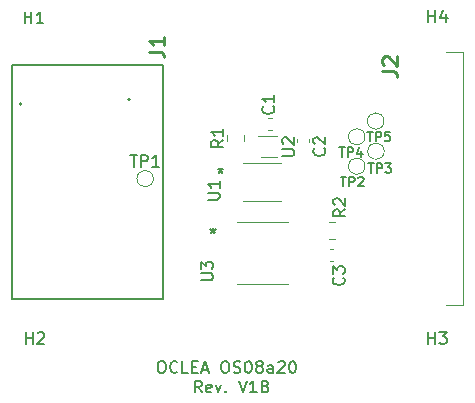
<source format=gbr>
%TF.GenerationSoftware,KiCad,Pcbnew,5.1.10-88a1d61d58~88~ubuntu18.04.1*%
%TF.CreationDate,2021-11-12T10:28:21+07:00*%
%TF.ProjectId,MX8Mx_EVK_MIPI_CSI-TEKNIQUE_OCLEA_OS08A20-ADAPTER,4d58384d-785f-4455-964b-5f4d4950495f,rev?*%
%TF.SameCoordinates,Original*%
%TF.FileFunction,Legend,Top*%
%TF.FilePolarity,Positive*%
%FSLAX46Y46*%
G04 Gerber Fmt 4.6, Leading zero omitted, Abs format (unit mm)*
G04 Created by KiCad (PCBNEW 5.1.10-88a1d61d58~88~ubuntu18.04.1) date 2021-11-12 10:28:21*
%MOMM*%
%LPD*%
G01*
G04 APERTURE LIST*
%ADD10C,0.150000*%
%ADD11C,0.120000*%
%ADD12C,0.100000*%
%ADD13C,0.200000*%
%ADD14C,0.127000*%
%ADD15C,0.254000*%
G04 APERTURE END LIST*
D10*
X116146012Y-111962180D02*
X116336488Y-111962180D01*
X116431726Y-112009800D01*
X116526964Y-112105038D01*
X116574583Y-112295514D01*
X116574583Y-112628847D01*
X116526964Y-112819323D01*
X116431726Y-112914561D01*
X116336488Y-112962180D01*
X116146012Y-112962180D01*
X116050774Y-112914561D01*
X115955536Y-112819323D01*
X115907917Y-112628847D01*
X115907917Y-112295514D01*
X115955536Y-112105038D01*
X116050774Y-112009800D01*
X116146012Y-111962180D01*
X117574583Y-112866942D02*
X117526964Y-112914561D01*
X117384107Y-112962180D01*
X117288869Y-112962180D01*
X117146012Y-112914561D01*
X117050774Y-112819323D01*
X117003155Y-112724085D01*
X116955536Y-112533609D01*
X116955536Y-112390752D01*
X117003155Y-112200276D01*
X117050774Y-112105038D01*
X117146012Y-112009800D01*
X117288869Y-111962180D01*
X117384107Y-111962180D01*
X117526964Y-112009800D01*
X117574583Y-112057419D01*
X118479345Y-112962180D02*
X118003155Y-112962180D01*
X118003155Y-111962180D01*
X118812679Y-112438371D02*
X119146012Y-112438371D01*
X119288869Y-112962180D02*
X118812679Y-112962180D01*
X118812679Y-111962180D01*
X119288869Y-111962180D01*
X119669821Y-112676466D02*
X120146012Y-112676466D01*
X119574583Y-112962180D02*
X119907917Y-111962180D01*
X120241250Y-112962180D01*
X121526964Y-111962180D02*
X121717440Y-111962180D01*
X121812679Y-112009800D01*
X121907917Y-112105038D01*
X121955536Y-112295514D01*
X121955536Y-112628847D01*
X121907917Y-112819323D01*
X121812679Y-112914561D01*
X121717440Y-112962180D01*
X121526964Y-112962180D01*
X121431726Y-112914561D01*
X121336488Y-112819323D01*
X121288869Y-112628847D01*
X121288869Y-112295514D01*
X121336488Y-112105038D01*
X121431726Y-112009800D01*
X121526964Y-111962180D01*
X122336488Y-112914561D02*
X122479345Y-112962180D01*
X122717440Y-112962180D01*
X122812679Y-112914561D01*
X122860298Y-112866942D01*
X122907917Y-112771704D01*
X122907917Y-112676466D01*
X122860298Y-112581228D01*
X122812679Y-112533609D01*
X122717440Y-112485990D01*
X122526964Y-112438371D01*
X122431726Y-112390752D01*
X122384107Y-112343133D01*
X122336488Y-112247895D01*
X122336488Y-112152657D01*
X122384107Y-112057419D01*
X122431726Y-112009800D01*
X122526964Y-111962180D01*
X122765060Y-111962180D01*
X122907917Y-112009800D01*
X123526964Y-111962180D02*
X123622202Y-111962180D01*
X123717440Y-112009800D01*
X123765060Y-112057419D01*
X123812679Y-112152657D01*
X123860298Y-112343133D01*
X123860298Y-112581228D01*
X123812679Y-112771704D01*
X123765060Y-112866942D01*
X123717440Y-112914561D01*
X123622202Y-112962180D01*
X123526964Y-112962180D01*
X123431726Y-112914561D01*
X123384107Y-112866942D01*
X123336488Y-112771704D01*
X123288869Y-112581228D01*
X123288869Y-112343133D01*
X123336488Y-112152657D01*
X123384107Y-112057419D01*
X123431726Y-112009800D01*
X123526964Y-111962180D01*
X124431726Y-112390752D02*
X124336488Y-112343133D01*
X124288869Y-112295514D01*
X124241250Y-112200276D01*
X124241250Y-112152657D01*
X124288869Y-112057419D01*
X124336488Y-112009800D01*
X124431726Y-111962180D01*
X124622202Y-111962180D01*
X124717440Y-112009800D01*
X124765060Y-112057419D01*
X124812679Y-112152657D01*
X124812679Y-112200276D01*
X124765060Y-112295514D01*
X124717440Y-112343133D01*
X124622202Y-112390752D01*
X124431726Y-112390752D01*
X124336488Y-112438371D01*
X124288869Y-112485990D01*
X124241250Y-112581228D01*
X124241250Y-112771704D01*
X124288869Y-112866942D01*
X124336488Y-112914561D01*
X124431726Y-112962180D01*
X124622202Y-112962180D01*
X124717440Y-112914561D01*
X124765060Y-112866942D01*
X124812679Y-112771704D01*
X124812679Y-112581228D01*
X124765060Y-112485990D01*
X124717440Y-112438371D01*
X124622202Y-112390752D01*
X125669821Y-112962180D02*
X125669821Y-112438371D01*
X125622202Y-112343133D01*
X125526964Y-112295514D01*
X125336488Y-112295514D01*
X125241250Y-112343133D01*
X125669821Y-112914561D02*
X125574583Y-112962180D01*
X125336488Y-112962180D01*
X125241250Y-112914561D01*
X125193631Y-112819323D01*
X125193631Y-112724085D01*
X125241250Y-112628847D01*
X125336488Y-112581228D01*
X125574583Y-112581228D01*
X125669821Y-112533609D01*
X126098393Y-112057419D02*
X126146012Y-112009800D01*
X126241250Y-111962180D01*
X126479345Y-111962180D01*
X126574583Y-112009800D01*
X126622202Y-112057419D01*
X126669821Y-112152657D01*
X126669821Y-112247895D01*
X126622202Y-112390752D01*
X126050774Y-112962180D01*
X126669821Y-112962180D01*
X127288869Y-111962180D02*
X127384107Y-111962180D01*
X127479345Y-112009800D01*
X127526964Y-112057419D01*
X127574583Y-112152657D01*
X127622202Y-112343133D01*
X127622202Y-112581228D01*
X127574583Y-112771704D01*
X127526964Y-112866942D01*
X127479345Y-112914561D01*
X127384107Y-112962180D01*
X127288869Y-112962180D01*
X127193631Y-112914561D01*
X127146012Y-112866942D01*
X127098393Y-112771704D01*
X127050774Y-112581228D01*
X127050774Y-112343133D01*
X127098393Y-112152657D01*
X127146012Y-112057419D01*
X127193631Y-112009800D01*
X127288869Y-111962180D01*
X119622202Y-114612180D02*
X119288869Y-114135990D01*
X119050774Y-114612180D02*
X119050774Y-113612180D01*
X119431726Y-113612180D01*
X119526964Y-113659800D01*
X119574583Y-113707419D01*
X119622202Y-113802657D01*
X119622202Y-113945514D01*
X119574583Y-114040752D01*
X119526964Y-114088371D01*
X119431726Y-114135990D01*
X119050774Y-114135990D01*
X120431726Y-114564561D02*
X120336488Y-114612180D01*
X120146012Y-114612180D01*
X120050774Y-114564561D01*
X120003155Y-114469323D01*
X120003155Y-114088371D01*
X120050774Y-113993133D01*
X120146012Y-113945514D01*
X120336488Y-113945514D01*
X120431726Y-113993133D01*
X120479345Y-114088371D01*
X120479345Y-114183609D01*
X120003155Y-114278847D01*
X120812679Y-113945514D02*
X121050774Y-114612180D01*
X121288869Y-113945514D01*
X121669821Y-114516942D02*
X121717440Y-114564561D01*
X121669821Y-114612180D01*
X121622202Y-114564561D01*
X121669821Y-114516942D01*
X121669821Y-114612180D01*
X122765060Y-113612180D02*
X123098393Y-114612180D01*
X123431726Y-113612180D01*
X124288869Y-114612180D02*
X123717440Y-114612180D01*
X124003155Y-114612180D02*
X124003155Y-113612180D01*
X123907917Y-113755038D01*
X123812679Y-113850276D01*
X123717440Y-113897895D01*
X125050774Y-114088371D02*
X125193631Y-114135990D01*
X125241250Y-114183609D01*
X125288869Y-114278847D01*
X125288869Y-114421704D01*
X125241250Y-114516942D01*
X125193631Y-114564561D01*
X125098393Y-114612180D01*
X124717440Y-114612180D01*
X124717440Y-113612180D01*
X125050774Y-113612180D01*
X125146012Y-113659800D01*
X125193631Y-113707419D01*
X125241250Y-113802657D01*
X125241250Y-113897895D01*
X125193631Y-113993133D01*
X125146012Y-114040752D01*
X125050774Y-114088371D01*
X124717440Y-114088371D01*
D11*
%TO.C,TP1*%
X115546100Y-96507300D02*
G75*
G03*
X115546100Y-96507300I-700000J0D01*
G01*
%TO.C,U3*%
X122659140Y-105417620D02*
X126900940Y-105417620D01*
X126900940Y-100159820D02*
X122659140Y-100159820D01*
%TO.C,U1*%
X126345950Y-95175979D02*
X123094750Y-95175979D01*
X123094750Y-98427179D02*
X126345950Y-98427179D01*
%TO.C,R2*%
X130892284Y-100146180D02*
X130438156Y-100146180D01*
X130892284Y-101616180D02*
X130438156Y-101616180D01*
%TO.C,C3*%
X130496093Y-103486680D02*
X130788627Y-103486680D01*
X130496093Y-102466680D02*
X130788627Y-102466680D01*
D12*
%TO.C,J2*%
X141753040Y-85810080D02*
X140353040Y-85810080D01*
X141753040Y-107240080D02*
X141753040Y-85810080D01*
X140353040Y-107240080D02*
X141753040Y-107240080D01*
D11*
%TO.C,TP5*%
X135071080Y-91638120D02*
G75*
G03*
X135071080Y-91638120I-700000J0D01*
G01*
%TO.C,TP4*%
X133465800Y-92964000D02*
G75*
G03*
X133465800Y-92964000I-700000J0D01*
G01*
%TO.C,TP3*%
X135091400Y-94188280D02*
G75*
G03*
X135091400Y-94188280I-700000J0D01*
G01*
%TO.C,TP2*%
X133465800Y-95453200D02*
G75*
G03*
X133465800Y-95453200I-700000J0D01*
G01*
%TO.C,C2*%
X127734600Y-93428867D02*
X127734600Y-93136333D01*
X128754600Y-93428867D02*
X128754600Y-93136333D01*
%TO.C,C1*%
X125551147Y-92381800D02*
X125258613Y-92381800D01*
X125551147Y-91361800D02*
X125258613Y-91361800D01*
%TO.C,U2*%
X124436300Y-92914900D02*
X125986300Y-92914900D01*
X125986300Y-94714900D02*
X124686300Y-94714900D01*
%TO.C,R1*%
X121784440Y-92844376D02*
X121784440Y-93298504D01*
X123254440Y-92844376D02*
X123254440Y-93298504D01*
D13*
%TO.C,J1*%
X113579400Y-89793500D02*
G75*
G03*
X113579400Y-89793500I-100000J0D01*
G01*
X104379400Y-90193500D02*
G75*
G03*
X104379400Y-90193500I-100000J0D01*
G01*
D14*
X103579400Y-106693500D02*
X103579400Y-86893500D01*
X116379400Y-106693500D02*
X103579400Y-106693500D01*
X116379400Y-86893500D02*
X116379400Y-106693500D01*
X103579400Y-86893500D02*
X116379400Y-86893500D01*
%TO.C,TP1*%
D10*
X113584195Y-94511680D02*
X114155623Y-94511680D01*
X113869909Y-95511680D02*
X113869909Y-94511680D01*
X114488957Y-95511680D02*
X114488957Y-94511680D01*
X114869909Y-94511680D01*
X114965147Y-94559300D01*
X115012766Y-94606919D01*
X115060385Y-94702157D01*
X115060385Y-94845014D01*
X115012766Y-94940252D01*
X114965147Y-94987871D01*
X114869909Y-95035490D01*
X114488957Y-95035490D01*
X116012766Y-95511680D02*
X115441338Y-95511680D01*
X115727052Y-95511680D02*
X115727052Y-94511680D01*
X115631814Y-94654538D01*
X115536576Y-94749776D01*
X115441338Y-94797395D01*
%TO.C,U3*%
X119589300Y-105105104D02*
X120398824Y-105105104D01*
X120494062Y-105057485D01*
X120541681Y-105009866D01*
X120589300Y-104914628D01*
X120589300Y-104724152D01*
X120541681Y-104628914D01*
X120494062Y-104581295D01*
X120398824Y-104533676D01*
X119589300Y-104533676D01*
X119589300Y-104152723D02*
X119589300Y-103533676D01*
X119970253Y-103867009D01*
X119970253Y-103724152D01*
X120017872Y-103628914D01*
X120065491Y-103581295D01*
X120160729Y-103533676D01*
X120398824Y-103533676D01*
X120494062Y-103581295D01*
X120541681Y-103628914D01*
X120589300Y-103724152D01*
X120589300Y-104009866D01*
X120541681Y-104105104D01*
X120494062Y-104152723D01*
X120586500Y-100663760D02*
X120586500Y-100901856D01*
X120348404Y-100806618D02*
X120586500Y-100901856D01*
X120824595Y-100806618D01*
X120443642Y-101092332D02*
X120586500Y-100901856D01*
X120729357Y-101092332D01*
X120571260Y-100666300D02*
X120571260Y-100904396D01*
X120333164Y-100809158D02*
X120571260Y-100904396D01*
X120809355Y-100809158D01*
X120428402Y-101094872D02*
X120571260Y-100904396D01*
X120714117Y-101094872D01*
%TO.C,U1*%
X120145560Y-98272504D02*
X120955084Y-98272504D01*
X121050322Y-98224885D01*
X121097941Y-98177266D01*
X121145560Y-98082028D01*
X121145560Y-97891552D01*
X121097941Y-97796314D01*
X121050322Y-97748695D01*
X120955084Y-97701076D01*
X120145560Y-97701076D01*
X121145560Y-96701076D02*
X121145560Y-97272504D01*
X121145560Y-96986790D02*
X120145560Y-96986790D01*
X120288418Y-97082028D01*
X120383656Y-97177266D01*
X120431275Y-97272504D01*
X121218960Y-95563440D02*
X121218960Y-95801536D01*
X120980864Y-95706298D02*
X121218960Y-95801536D01*
X121457055Y-95706298D01*
X121076102Y-95992012D02*
X121218960Y-95801536D01*
X121361817Y-95992012D01*
X121234200Y-95563440D02*
X121234200Y-95801536D01*
X120996104Y-95706298D02*
X121234200Y-95801536D01*
X121472295Y-95706298D01*
X121091342Y-95992012D02*
X121234200Y-95801536D01*
X121377057Y-95992012D01*
%TO.C,R2*%
X131790700Y-99114906D02*
X131314510Y-99448240D01*
X131790700Y-99686335D02*
X130790700Y-99686335D01*
X130790700Y-99305382D01*
X130838320Y-99210144D01*
X130885939Y-99162525D01*
X130981177Y-99114906D01*
X131124034Y-99114906D01*
X131219272Y-99162525D01*
X131266891Y-99210144D01*
X131314510Y-99305382D01*
X131314510Y-99686335D01*
X130885939Y-98733954D02*
X130838320Y-98686335D01*
X130790700Y-98591097D01*
X130790700Y-98353001D01*
X130838320Y-98257763D01*
X130885939Y-98210144D01*
X130981177Y-98162525D01*
X131076415Y-98162525D01*
X131219272Y-98210144D01*
X131790700Y-98781573D01*
X131790700Y-98162525D01*
%TO.C,C3*%
X131637042Y-104880706D02*
X131684661Y-104928325D01*
X131732280Y-105071182D01*
X131732280Y-105166420D01*
X131684661Y-105309278D01*
X131589423Y-105404516D01*
X131494185Y-105452135D01*
X131303709Y-105499754D01*
X131160852Y-105499754D01*
X130970376Y-105452135D01*
X130875138Y-105404516D01*
X130779900Y-105309278D01*
X130732280Y-105166420D01*
X130732280Y-105071182D01*
X130779900Y-104928325D01*
X130827519Y-104880706D01*
X130732280Y-104547373D02*
X130732280Y-103928325D01*
X131113233Y-104261659D01*
X131113233Y-104118801D01*
X131160852Y-104023563D01*
X131208471Y-103975944D01*
X131303709Y-103928325D01*
X131541804Y-103928325D01*
X131637042Y-103975944D01*
X131684661Y-104023563D01*
X131732280Y-104118801D01*
X131732280Y-104404516D01*
X131684661Y-104499754D01*
X131637042Y-104547373D01*
%TO.C,J2*%
D15*
X134940523Y-87433573D02*
X135847666Y-87433573D01*
X136029095Y-87494049D01*
X136150047Y-87615001D01*
X136210523Y-87796430D01*
X136210523Y-87917382D01*
X135061476Y-86889287D02*
X135001000Y-86828811D01*
X134940523Y-86707859D01*
X134940523Y-86405478D01*
X135001000Y-86284525D01*
X135061476Y-86224049D01*
X135182428Y-86163573D01*
X135303380Y-86163573D01*
X135484809Y-86224049D01*
X136210523Y-86949763D01*
X136210523Y-86163573D01*
%TO.C,TP5*%
D10*
X133666356Y-92520824D02*
X134123499Y-92520824D01*
X133894927Y-93320824D02*
X133894927Y-92520824D01*
X134390165Y-93320824D02*
X134390165Y-92520824D01*
X134694927Y-92520824D01*
X134771118Y-92558920D01*
X134809213Y-92597015D01*
X134847308Y-92673205D01*
X134847308Y-92787491D01*
X134809213Y-92863681D01*
X134771118Y-92901777D01*
X134694927Y-92939872D01*
X134390165Y-92939872D01*
X135571118Y-92520824D02*
X135190165Y-92520824D01*
X135152070Y-92901777D01*
X135190165Y-92863681D01*
X135266356Y-92825586D01*
X135456832Y-92825586D01*
X135533022Y-92863681D01*
X135571118Y-92901777D01*
X135609213Y-92977967D01*
X135609213Y-93168443D01*
X135571118Y-93244634D01*
X135533022Y-93282729D01*
X135456832Y-93320824D01*
X135266356Y-93320824D01*
X135190165Y-93282729D01*
X135152070Y-93244634D01*
%TO.C,TP4*%
X131283836Y-93861944D02*
X131740979Y-93861944D01*
X131512407Y-94661944D02*
X131512407Y-93861944D01*
X132007645Y-94661944D02*
X132007645Y-93861944D01*
X132312407Y-93861944D01*
X132388598Y-93900040D01*
X132426693Y-93938135D01*
X132464788Y-94014325D01*
X132464788Y-94128611D01*
X132426693Y-94204801D01*
X132388598Y-94242897D01*
X132312407Y-94280992D01*
X132007645Y-94280992D01*
X133150502Y-94128611D02*
X133150502Y-94661944D01*
X132960026Y-93823849D02*
X132769550Y-94395278D01*
X133264788Y-94395278D01*
%TO.C,TP3*%
X133724776Y-95223384D02*
X134181919Y-95223384D01*
X133953347Y-96023384D02*
X133953347Y-95223384D01*
X134448585Y-96023384D02*
X134448585Y-95223384D01*
X134753347Y-95223384D01*
X134829538Y-95261480D01*
X134867633Y-95299575D01*
X134905728Y-95375765D01*
X134905728Y-95490051D01*
X134867633Y-95566241D01*
X134829538Y-95604337D01*
X134753347Y-95642432D01*
X134448585Y-95642432D01*
X135172395Y-95223384D02*
X135667633Y-95223384D01*
X135400966Y-95528146D01*
X135515252Y-95528146D01*
X135591442Y-95566241D01*
X135629538Y-95604337D01*
X135667633Y-95680527D01*
X135667633Y-95871003D01*
X135629538Y-95947194D01*
X135591442Y-95985289D01*
X135515252Y-96023384D01*
X135286680Y-96023384D01*
X135210490Y-95985289D01*
X135172395Y-95947194D01*
%TO.C,TP2*%
X131400676Y-96346064D02*
X131857819Y-96346064D01*
X131629247Y-97146064D02*
X131629247Y-96346064D01*
X132124485Y-97146064D02*
X132124485Y-96346064D01*
X132429247Y-96346064D01*
X132505438Y-96384160D01*
X132543533Y-96422255D01*
X132581628Y-96498445D01*
X132581628Y-96612731D01*
X132543533Y-96688921D01*
X132505438Y-96727017D01*
X132429247Y-96765112D01*
X132124485Y-96765112D01*
X132886390Y-96422255D02*
X132924485Y-96384160D01*
X133000676Y-96346064D01*
X133191152Y-96346064D01*
X133267342Y-96384160D01*
X133305438Y-96422255D01*
X133343533Y-96498445D01*
X133343533Y-96574636D01*
X133305438Y-96688921D01*
X132848295Y-97146064D01*
X133343533Y-97146064D01*
%TO.C,C2*%
X129998742Y-93943466D02*
X130046361Y-93991085D01*
X130093980Y-94133942D01*
X130093980Y-94229180D01*
X130046361Y-94372038D01*
X129951123Y-94467276D01*
X129855885Y-94514895D01*
X129665409Y-94562514D01*
X129522552Y-94562514D01*
X129332076Y-94514895D01*
X129236838Y-94467276D01*
X129141600Y-94372038D01*
X129093980Y-94229180D01*
X129093980Y-94133942D01*
X129141600Y-93991085D01*
X129189219Y-93943466D01*
X129189219Y-93562514D02*
X129141600Y-93514895D01*
X129093980Y-93419657D01*
X129093980Y-93181561D01*
X129141600Y-93086323D01*
X129189219Y-93038704D01*
X129284457Y-92991085D01*
X129379695Y-92991085D01*
X129522552Y-93038704D01*
X130093980Y-93610133D01*
X130093980Y-92991085D01*
%TO.C,C1*%
X125670582Y-90397626D02*
X125718201Y-90445245D01*
X125765820Y-90588102D01*
X125765820Y-90683340D01*
X125718201Y-90826198D01*
X125622963Y-90921436D01*
X125527725Y-90969055D01*
X125337249Y-91016674D01*
X125194392Y-91016674D01*
X125003916Y-90969055D01*
X124908678Y-90921436D01*
X124813440Y-90826198D01*
X124765820Y-90683340D01*
X124765820Y-90588102D01*
X124813440Y-90445245D01*
X124861059Y-90397626D01*
X125765820Y-89445245D02*
X125765820Y-90016674D01*
X125765820Y-89730960D02*
X124765820Y-89730960D01*
X124908678Y-89826198D01*
X125003916Y-89921436D01*
X125051535Y-90016674D01*
%TO.C,U2*%
X126465080Y-94576804D02*
X127274604Y-94576804D01*
X127369842Y-94529185D01*
X127417461Y-94481566D01*
X127465080Y-94386328D01*
X127465080Y-94195852D01*
X127417461Y-94100614D01*
X127369842Y-94052995D01*
X127274604Y-94005376D01*
X126465080Y-94005376D01*
X126560319Y-93576804D02*
X126512700Y-93529185D01*
X126465080Y-93433947D01*
X126465080Y-93195852D01*
X126512700Y-93100614D01*
X126560319Y-93052995D01*
X126655557Y-93005376D01*
X126750795Y-93005376D01*
X126893652Y-93052995D01*
X127465080Y-93624423D01*
X127465080Y-93005376D01*
%TO.C,R1*%
X121452900Y-93247506D02*
X120976710Y-93580840D01*
X121452900Y-93818935D02*
X120452900Y-93818935D01*
X120452900Y-93437982D01*
X120500520Y-93342744D01*
X120548139Y-93295125D01*
X120643377Y-93247506D01*
X120786234Y-93247506D01*
X120881472Y-93295125D01*
X120929091Y-93342744D01*
X120976710Y-93437982D01*
X120976710Y-93818935D01*
X121452900Y-92295125D02*
X121452900Y-92866554D01*
X121452900Y-92580840D02*
X120452900Y-92580840D01*
X120595758Y-92676078D01*
X120690996Y-92771316D01*
X120738615Y-92866554D01*
%TO.C,H4*%
X138833955Y-83266540D02*
X138833955Y-82266540D01*
X138833955Y-82742731D02*
X139405383Y-82742731D01*
X139405383Y-83266540D02*
X139405383Y-82266540D01*
X140310145Y-82599874D02*
X140310145Y-83266540D01*
X140072050Y-82218921D02*
X139833955Y-82933207D01*
X140453002Y-82933207D01*
%TO.C,H3*%
X138790775Y-110488120D02*
X138790775Y-109488120D01*
X138790775Y-109964311D02*
X139362203Y-109964311D01*
X139362203Y-110488120D02*
X139362203Y-109488120D01*
X139743156Y-109488120D02*
X140362203Y-109488120D01*
X140028870Y-109869073D01*
X140171727Y-109869073D01*
X140266965Y-109916692D01*
X140314584Y-109964311D01*
X140362203Y-110059549D01*
X140362203Y-110297644D01*
X140314584Y-110392882D01*
X140266965Y-110440501D01*
X140171727Y-110488120D01*
X139886013Y-110488120D01*
X139790775Y-110440501D01*
X139743156Y-110392882D01*
%TO.C,H2*%
X104752235Y-110490660D02*
X104752235Y-109490660D01*
X104752235Y-109966851D02*
X105323663Y-109966851D01*
X105323663Y-110490660D02*
X105323663Y-109490660D01*
X105752235Y-109585899D02*
X105799854Y-109538280D01*
X105895092Y-109490660D01*
X106133187Y-109490660D01*
X106228425Y-109538280D01*
X106276044Y-109585899D01*
X106323663Y-109681137D01*
X106323663Y-109776375D01*
X106276044Y-109919232D01*
X105704616Y-110490660D01*
X106323663Y-110490660D01*
%TO.C,H1*%
X104653175Y-83357980D02*
X104653175Y-82357980D01*
X104653175Y-82834171D02*
X105224603Y-82834171D01*
X105224603Y-83357980D02*
X105224603Y-82357980D01*
X106224603Y-83357980D02*
X105653175Y-83357980D01*
X105938889Y-83357980D02*
X105938889Y-82357980D01*
X105843651Y-82500838D01*
X105748413Y-82596076D01*
X105653175Y-82643695D01*
%TO.C,J1*%
D15*
X115189483Y-85762253D02*
X116096626Y-85762253D01*
X116278055Y-85822729D01*
X116399007Y-85943681D01*
X116459483Y-86125110D01*
X116459483Y-86246062D01*
X116459483Y-84492253D02*
X116459483Y-85217967D01*
X116459483Y-84855110D02*
X115189483Y-84855110D01*
X115370912Y-84976062D01*
X115491864Y-85097015D01*
X115552340Y-85217967D01*
%TD*%
M02*

</source>
